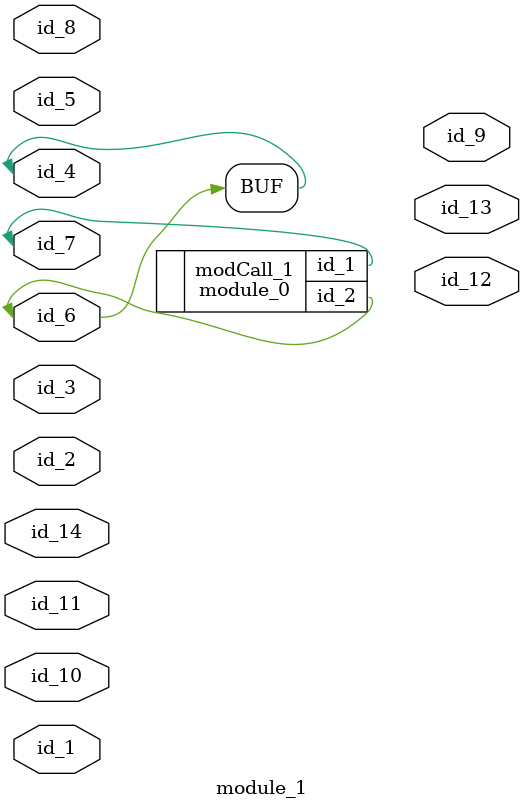
<source format=v>
module module_0 (
    id_1,
    id_2
);
  inout wire id_2;
  output wire id_1;
  generate
    assign id_2 = id_2;
  endgenerate
endmodule
module module_1 (
    id_1,
    id_2,
    id_3,
    id_4,
    id_5,
    id_6,
    id_7,
    id_8,
    id_9,
    id_10,
    id_11,
    id_12,
    id_13,
    id_14
);
  inout wire id_14;
  output wire id_13;
  output wire id_12;
  input wire id_11;
  input wire id_10;
  output wire id_9;
  input wire id_8;
  inout wire id_7;
  input wire id_6;
  inout wire id_5;
  inout wire id_4;
  input wire id_3;
  input wire id_2;
  inout wire id_1;
  assign id_4 = id_6;
  module_0 modCall_1 (
      id_7,
      id_4
  );
endmodule

</source>
